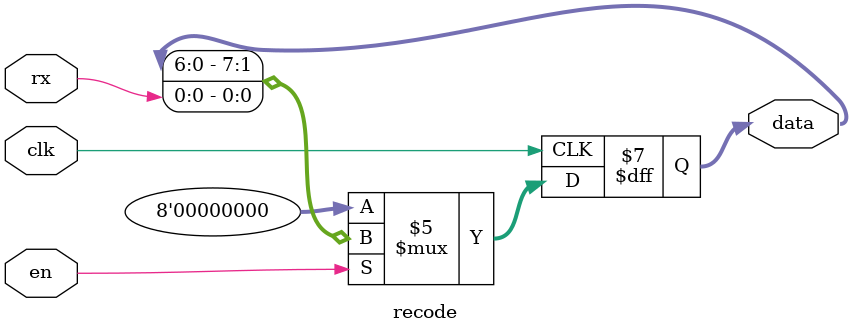
<source format=v>

module recode (
           input  clk,
           input  en,
           input rx,
           output reg [7:0] data = 0
       );
/////////////////////////////////////////////
// parameter and signals
/////////////////////////////////////////////
// parameter

// regs or wires

/////////////////////////////////////////////
// main code
/////////////////////////////////////////////
always @ (posedge clk) begin
    if(!en)
        data <= 0;
    else begin
        data <= {data[6:0],rx};
    end
end


/////////////////////////////////////////////
// code end
/////////////////////////////////////////////
endmodule

</source>
